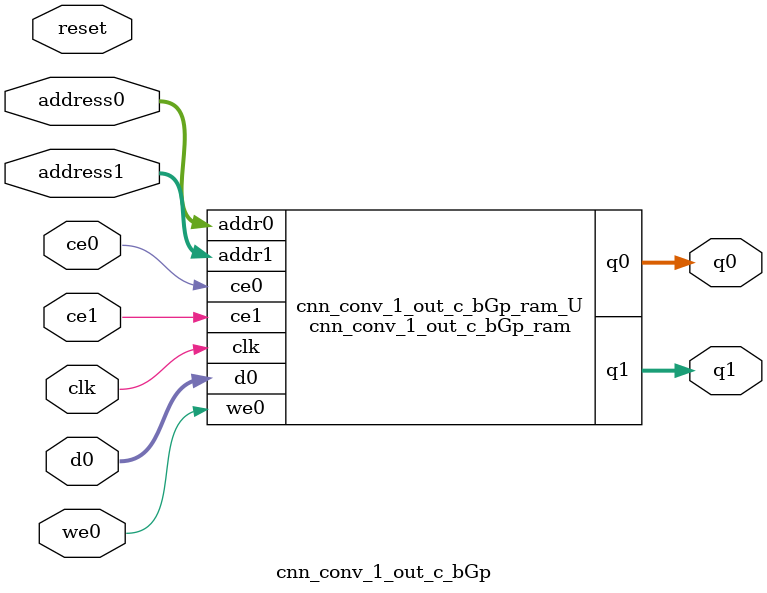
<source format=v>
`timescale 1 ns / 1 ps
module cnn_conv_1_out_c_bGp_ram (addr0, ce0, d0, we0, q0, addr1, ce1, q1,  clk);

parameter DWIDTH = 14;
parameter AWIDTH = 8;
parameter MEM_SIZE = 156;

input[AWIDTH-1:0] addr0;
input ce0;
input[DWIDTH-1:0] d0;
input we0;
output reg[DWIDTH-1:0] q0;
input[AWIDTH-1:0] addr1;
input ce1;
output reg[DWIDTH-1:0] q1;
input clk;

(* ram_style = "block" *)reg [DWIDTH-1:0] ram[0:MEM_SIZE-1];




always @(posedge clk)  
begin 
    if (ce0) 
    begin
        if (we0) 
        begin 
            ram[addr0] <= d0; 
        end 
        q0 <= ram[addr0];
    end
end


always @(posedge clk)  
begin 
    if (ce1) 
    begin
        q1 <= ram[addr1];
    end
end


endmodule

`timescale 1 ns / 1 ps
module cnn_conv_1_out_c_bGp(
    reset,
    clk,
    address0,
    ce0,
    we0,
    d0,
    q0,
    address1,
    ce1,
    q1);

parameter DataWidth = 32'd14;
parameter AddressRange = 32'd156;
parameter AddressWidth = 32'd8;
input reset;
input clk;
input[AddressWidth - 1:0] address0;
input ce0;
input we0;
input[DataWidth - 1:0] d0;
output[DataWidth - 1:0] q0;
input[AddressWidth - 1:0] address1;
input ce1;
output[DataWidth - 1:0] q1;



cnn_conv_1_out_c_bGp_ram cnn_conv_1_out_c_bGp_ram_U(
    .clk( clk ),
    .addr0( address0 ),
    .ce0( ce0 ),
    .we0( we0 ),
    .d0( d0 ),
    .q0( q0 ),
    .addr1( address1 ),
    .ce1( ce1 ),
    .q1( q1 ));

endmodule


</source>
